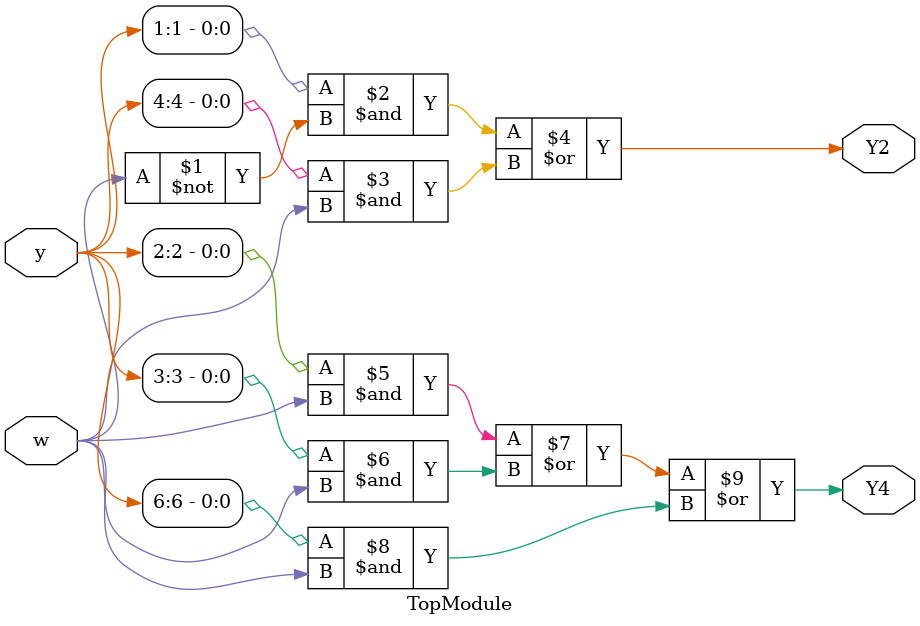
<source format=sv>
module TopModule (
  input [6:1] y,
  input w,
  output Y2,
  output Y4
);
    // Next state logic for Y2 (state B)
    assign Y2 = (y[1] & ~w) | (y[4] & w); 

    // Next state logic for Y4 (state D)
    assign Y4 = (y[2] & w) | (y[3] & w) | (y[6] & w);
endmodule

/*
Misinterpretation of Multimodal Data: State Transition Diagram
*/

/*
The testbench simulated, but had errors. Please fix the module. The output of iverilog is as follows:
VCD info: dumpfile wave.vcd opened for output.
./Execute_environment/testbench.sv:46: $finish called at 3001 (1ps)
Hint: Output 'Y2' has 40 mismatches. First mismatch occurred at time 20.
Hint: Output 'Y4' has 19 mismatches. First mismatch occurred at time 70.
Hint: Total mismatched samples is 59 out of 600 samples

Simulation finished at 3001 ps
Mismatches: 59 in 600 samples
*/
</source>
